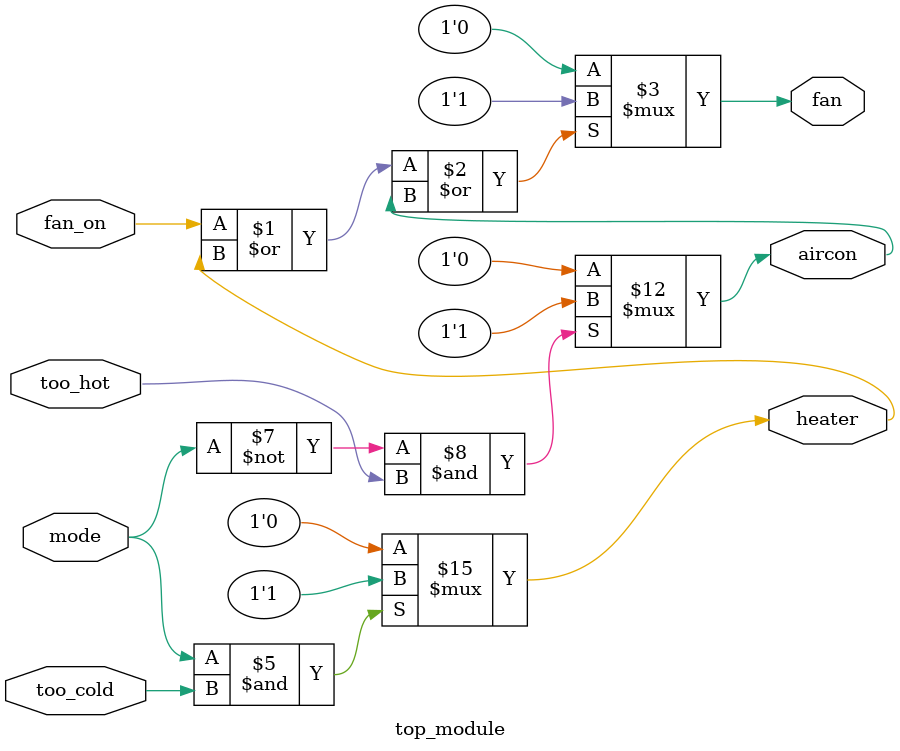
<source format=sv>
module top_module(
	input mode,
	input too_cold, 
	input too_hot,
	input fan_on,
	output heater,
	output aircon,
	output fan
);

// Declare internal signal
reg fan_on_internal;

// Fan control logic
assign fan = (fan_on | heater | aircon) ? 1'b1 : 1'b0;

// Heater control logic
always @(*)
    if (mode & too_cold)
        heater = 1'b1;
    else
        heater = 1'b0;

// Air conditioner control logic
always @(*)
    if (~mode & too_hot)
        aircon = 1'b1;
    else
        aircon = 1'b0;

// Assign fan_on_internal based on mode and fan_on inputs
always @(*)
    fan_on_internal = (mode | fan_on);

endmodule

</source>
